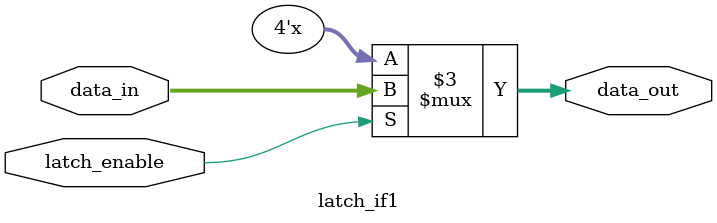
<source format=v>
module latch_if1(data_out, data_in, latch_enable);
  output 		[3: 0] 	data_out; 
  input 		[3: 0] 	data_in;
  input 			latch_enable;
  reg 		[3: 0] 	data_out;

  always @  (latch_enable or data_in)
    if (latch_enable) data_out = data_in;
      else data_out = data_out;		
endmodule


</source>
